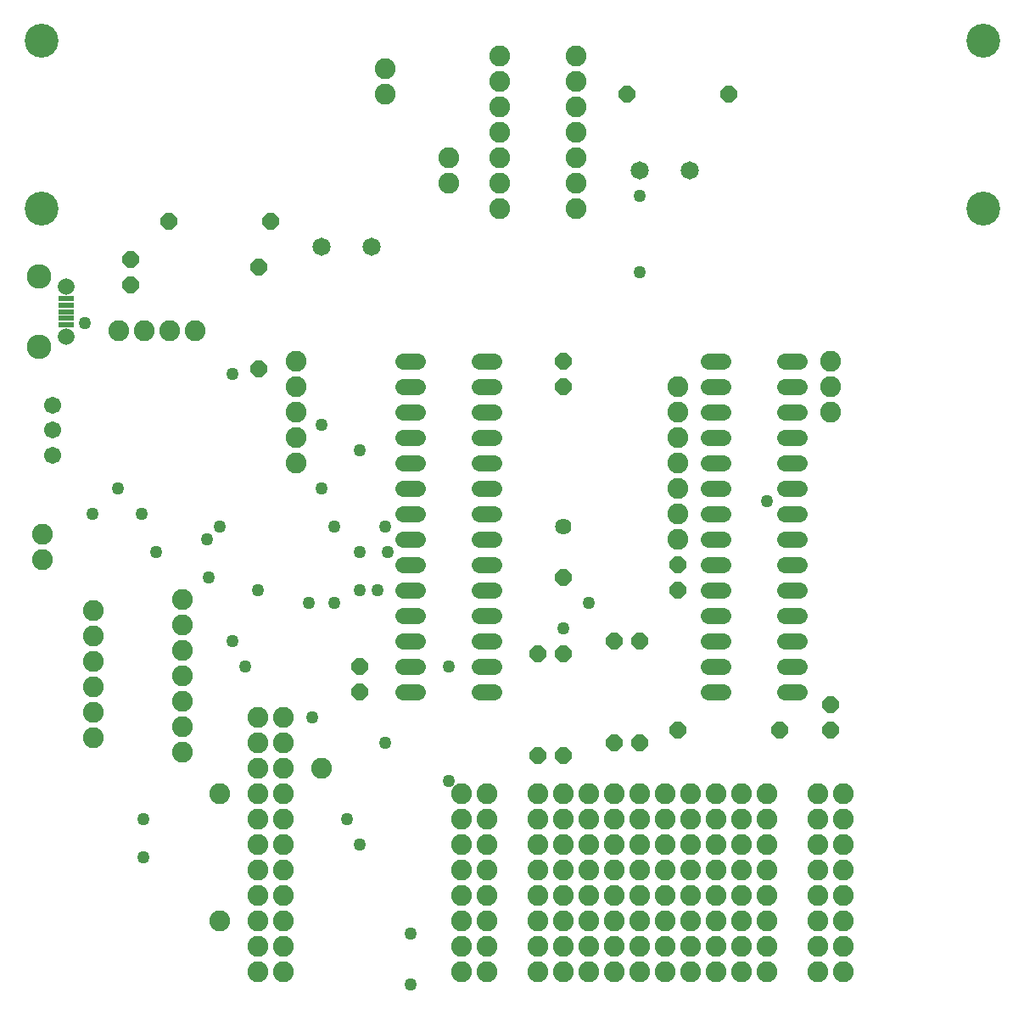
<source format=gts>
G75*
%MOIN*%
%OFA0B0*%
%FSLAX25Y25*%
%IPPOS*%
%LPD*%
%AMOC8*
5,1,8,0,0,1.08239X$1,22.5*
%
%ADD10C,0.13300*%
%ADD11C,0.06400*%
%ADD12R,0.06115X0.02375*%
%ADD13C,0.06546*%
%ADD14C,0.09658*%
%ADD15C,0.08200*%
%ADD16C,0.06743*%
%ADD17OC8,0.06400*%
%ADD18C,0.06400*%
%ADD19C,0.07137*%
%ADD20C,0.04965*%
D10*
X0076000Y0316800D03*
X0076000Y0382800D03*
X0446000Y0382800D03*
X0446000Y0316800D03*
D11*
X0373800Y0256800D02*
X0368200Y0256800D01*
X0368200Y0246800D02*
X0373800Y0246800D01*
X0373800Y0236800D02*
X0368200Y0236800D01*
X0368200Y0226800D02*
X0373800Y0226800D01*
X0373800Y0216800D02*
X0368200Y0216800D01*
X0368200Y0206800D02*
X0373800Y0206800D01*
X0373800Y0196800D02*
X0368200Y0196800D01*
X0368200Y0186800D02*
X0373800Y0186800D01*
X0373800Y0176800D02*
X0368200Y0176800D01*
X0368200Y0166800D02*
X0373800Y0166800D01*
X0373800Y0156800D02*
X0368200Y0156800D01*
X0368200Y0146800D02*
X0373800Y0146800D01*
X0373800Y0136800D02*
X0368200Y0136800D01*
X0368200Y0126800D02*
X0373800Y0126800D01*
X0343800Y0126800D02*
X0338200Y0126800D01*
X0338200Y0136800D02*
X0343800Y0136800D01*
X0343800Y0146800D02*
X0338200Y0146800D01*
X0338200Y0156800D02*
X0343800Y0156800D01*
X0343800Y0166800D02*
X0338200Y0166800D01*
X0338200Y0176800D02*
X0343800Y0176800D01*
X0343800Y0186800D02*
X0338200Y0186800D01*
X0338200Y0196800D02*
X0343800Y0196800D01*
X0343800Y0206800D02*
X0338200Y0206800D01*
X0338200Y0216800D02*
X0343800Y0216800D01*
X0343800Y0226800D02*
X0338200Y0226800D01*
X0338200Y0236800D02*
X0343800Y0236800D01*
X0343800Y0246800D02*
X0338200Y0246800D01*
X0338200Y0256800D02*
X0343800Y0256800D01*
X0253800Y0256800D02*
X0248200Y0256800D01*
X0248200Y0246800D02*
X0253800Y0246800D01*
X0253800Y0236800D02*
X0248200Y0236800D01*
X0248200Y0226800D02*
X0253800Y0226800D01*
X0253800Y0216800D02*
X0248200Y0216800D01*
X0248200Y0206800D02*
X0253800Y0206800D01*
X0253800Y0196800D02*
X0248200Y0196800D01*
X0248200Y0186800D02*
X0253800Y0186800D01*
X0253800Y0176800D02*
X0248200Y0176800D01*
X0248200Y0166800D02*
X0253800Y0166800D01*
X0253800Y0156800D02*
X0248200Y0156800D01*
X0248200Y0146800D02*
X0253800Y0146800D01*
X0253800Y0136800D02*
X0248200Y0136800D01*
X0248200Y0126800D02*
X0253800Y0126800D01*
X0223800Y0126800D02*
X0218200Y0126800D01*
X0218200Y0136800D02*
X0223800Y0136800D01*
X0223800Y0146800D02*
X0218200Y0146800D01*
X0218200Y0156800D02*
X0223800Y0156800D01*
X0223800Y0166800D02*
X0218200Y0166800D01*
X0218200Y0176800D02*
X0223800Y0176800D01*
X0223800Y0186800D02*
X0218200Y0186800D01*
X0218200Y0196800D02*
X0223800Y0196800D01*
X0223800Y0206800D02*
X0218200Y0206800D01*
X0218200Y0216800D02*
X0223800Y0216800D01*
X0223800Y0226800D02*
X0218200Y0226800D01*
X0218200Y0236800D02*
X0223800Y0236800D01*
X0223800Y0246800D02*
X0218200Y0246800D01*
X0218200Y0256800D02*
X0223800Y0256800D01*
D12*
X0085630Y0271182D03*
X0085630Y0273741D03*
X0085630Y0276300D03*
X0085630Y0278859D03*
X0085630Y0281418D03*
D13*
X0085630Y0286143D03*
X0085630Y0266457D03*
D14*
X0075000Y0262520D03*
X0075000Y0290080D03*
D15*
X0106500Y0268800D03*
X0116500Y0268800D03*
X0126500Y0268800D03*
X0136500Y0268800D03*
X0176000Y0256800D03*
X0176000Y0246800D03*
X0176000Y0236800D03*
X0176000Y0226800D03*
X0176000Y0216800D03*
X0131500Y0163300D03*
X0131500Y0153300D03*
X0131500Y0143300D03*
X0131500Y0133300D03*
X0131500Y0123300D03*
X0131500Y0113300D03*
X0131500Y0103300D03*
X0146000Y0086800D03*
X0161000Y0086800D03*
X0161000Y0076800D03*
X0161000Y0066800D03*
X0161000Y0056800D03*
X0161000Y0046800D03*
X0161000Y0036800D03*
X0161000Y0026800D03*
X0161000Y0016800D03*
X0171000Y0016800D03*
X0171000Y0026800D03*
X0171000Y0036800D03*
X0171000Y0046800D03*
X0171000Y0056800D03*
X0171000Y0066800D03*
X0171000Y0076800D03*
X0171000Y0086800D03*
X0171000Y0096800D03*
X0171000Y0106800D03*
X0171000Y0116800D03*
X0161000Y0116800D03*
X0161000Y0106800D03*
X0161000Y0096800D03*
X0186000Y0096800D03*
X0241000Y0086800D03*
X0241000Y0076800D03*
X0251000Y0076800D03*
X0251000Y0086800D03*
X0271000Y0086800D03*
X0271000Y0076800D03*
X0281000Y0076800D03*
X0281000Y0086800D03*
X0291000Y0086800D03*
X0291000Y0076800D03*
X0301000Y0076800D03*
X0301000Y0086800D03*
X0311000Y0086800D03*
X0311000Y0076800D03*
X0321000Y0076800D03*
X0321000Y0086800D03*
X0331000Y0086800D03*
X0331000Y0076800D03*
X0341000Y0076800D03*
X0341000Y0086800D03*
X0351000Y0086800D03*
X0351000Y0076800D03*
X0361000Y0076800D03*
X0361000Y0086800D03*
X0381000Y0086800D03*
X0381000Y0076800D03*
X0391000Y0076800D03*
X0391000Y0086800D03*
X0391000Y0066800D03*
X0391000Y0056800D03*
X0381000Y0056800D03*
X0381000Y0066800D03*
X0361000Y0066800D03*
X0361000Y0056800D03*
X0351000Y0056800D03*
X0351000Y0066800D03*
X0341000Y0066800D03*
X0341000Y0056800D03*
X0331000Y0056800D03*
X0331000Y0066800D03*
X0321000Y0066800D03*
X0321000Y0056800D03*
X0311000Y0056800D03*
X0311000Y0066800D03*
X0301000Y0066800D03*
X0301000Y0056800D03*
X0291000Y0056800D03*
X0291000Y0066800D03*
X0281000Y0066800D03*
X0281000Y0056800D03*
X0271000Y0056800D03*
X0271000Y0066800D03*
X0251000Y0066800D03*
X0251000Y0056800D03*
X0241000Y0056800D03*
X0241000Y0066800D03*
X0241000Y0046800D03*
X0241000Y0036800D03*
X0251000Y0036800D03*
X0251000Y0046800D03*
X0271000Y0046800D03*
X0271000Y0036800D03*
X0281000Y0036800D03*
X0281000Y0046800D03*
X0291000Y0046800D03*
X0291000Y0036800D03*
X0301000Y0036800D03*
X0301000Y0046800D03*
X0311000Y0046800D03*
X0311000Y0036800D03*
X0321000Y0036800D03*
X0321000Y0046800D03*
X0331000Y0046800D03*
X0331000Y0036800D03*
X0341000Y0036800D03*
X0341000Y0046800D03*
X0351000Y0046800D03*
X0351000Y0036800D03*
X0361000Y0036800D03*
X0361000Y0046800D03*
X0381000Y0046800D03*
X0381000Y0036800D03*
X0391000Y0036800D03*
X0391000Y0046800D03*
X0391000Y0026800D03*
X0391000Y0016800D03*
X0381000Y0016800D03*
X0381000Y0026800D03*
X0361000Y0026800D03*
X0361000Y0016800D03*
X0351000Y0016800D03*
X0351000Y0026800D03*
X0341000Y0026800D03*
X0341000Y0016800D03*
X0331000Y0016800D03*
X0331000Y0026800D03*
X0321000Y0026800D03*
X0321000Y0016800D03*
X0311000Y0016800D03*
X0311000Y0026800D03*
X0301000Y0026800D03*
X0301000Y0016800D03*
X0291000Y0016800D03*
X0291000Y0026800D03*
X0281000Y0026800D03*
X0281000Y0016800D03*
X0271000Y0016800D03*
X0271000Y0026800D03*
X0251000Y0026800D03*
X0251000Y0016800D03*
X0241000Y0016800D03*
X0241000Y0026800D03*
X0146000Y0036800D03*
X0096500Y0108800D03*
X0096500Y0118800D03*
X0096500Y0128800D03*
X0096500Y0138800D03*
X0096500Y0148800D03*
X0096500Y0158800D03*
X0076500Y0178800D03*
X0076500Y0188800D03*
X0236000Y0326800D03*
X0236000Y0336800D03*
X0256000Y0336800D03*
X0256000Y0326800D03*
X0256000Y0316800D03*
X0286000Y0316800D03*
X0286000Y0326800D03*
X0286000Y0336800D03*
X0286000Y0346800D03*
X0286000Y0356800D03*
X0286000Y0366800D03*
X0286000Y0376800D03*
X0256000Y0376800D03*
X0256000Y0366800D03*
X0256000Y0356800D03*
X0256000Y0346800D03*
X0211000Y0361800D03*
X0211000Y0371800D03*
X0326000Y0246800D03*
X0326000Y0236800D03*
X0326000Y0226800D03*
X0326000Y0216800D03*
X0326000Y0206800D03*
X0326000Y0196800D03*
X0326000Y0186800D03*
X0386000Y0236800D03*
X0386000Y0246800D03*
X0386000Y0256800D03*
D16*
X0080500Y0239643D03*
X0080500Y0229800D03*
X0080500Y0219957D03*
D17*
X0111000Y0286800D03*
X0111000Y0296800D03*
X0126000Y0311800D03*
X0161500Y0293800D03*
X0166000Y0311800D03*
X0161500Y0253800D03*
X0281000Y0256800D03*
X0281000Y0246800D03*
X0326000Y0176800D03*
X0326000Y0166800D03*
X0311000Y0146800D03*
X0301000Y0146800D03*
X0281000Y0141800D03*
X0271000Y0141800D03*
X0281000Y0171800D03*
X0326000Y0111800D03*
X0311000Y0106800D03*
X0301000Y0106800D03*
X0281000Y0101800D03*
X0271000Y0101800D03*
X0201000Y0126800D03*
X0201000Y0136800D03*
X0366000Y0111800D03*
X0386000Y0111800D03*
X0386000Y0121800D03*
X0346000Y0361800D03*
X0306000Y0361800D03*
D18*
X0281000Y0191800D03*
D19*
X0205843Y0301800D03*
X0186157Y0301800D03*
X0311157Y0331800D03*
X0330843Y0331800D03*
D20*
X0116000Y0061800D03*
X0116000Y0076800D03*
X0182500Y0116800D03*
X0211000Y0106800D03*
X0236000Y0091800D03*
X0201000Y0066800D03*
X0196000Y0076800D03*
X0221000Y0031800D03*
X0221000Y0011800D03*
X0236000Y0136800D03*
X0208111Y0166800D03*
X0201000Y0166800D03*
X0191000Y0161800D03*
X0181000Y0161800D03*
X0161000Y0166800D03*
X0141889Y0171800D03*
X0141000Y0186800D03*
X0146000Y0191800D03*
X0121000Y0181800D03*
X0115500Y0196800D03*
X0106000Y0206800D03*
X0096000Y0196800D03*
X0151000Y0146800D03*
X0156000Y0136800D03*
X0201000Y0181800D03*
X0212000Y0181800D03*
X0211000Y0191800D03*
X0191000Y0191800D03*
X0186000Y0206800D03*
X0201000Y0221800D03*
X0186000Y0231800D03*
X0151000Y0251800D03*
X0093111Y0271800D03*
X0281000Y0151800D03*
X0291000Y0161800D03*
X0361000Y0201800D03*
X0311000Y0291800D03*
X0311000Y0321800D03*
M02*

</source>
